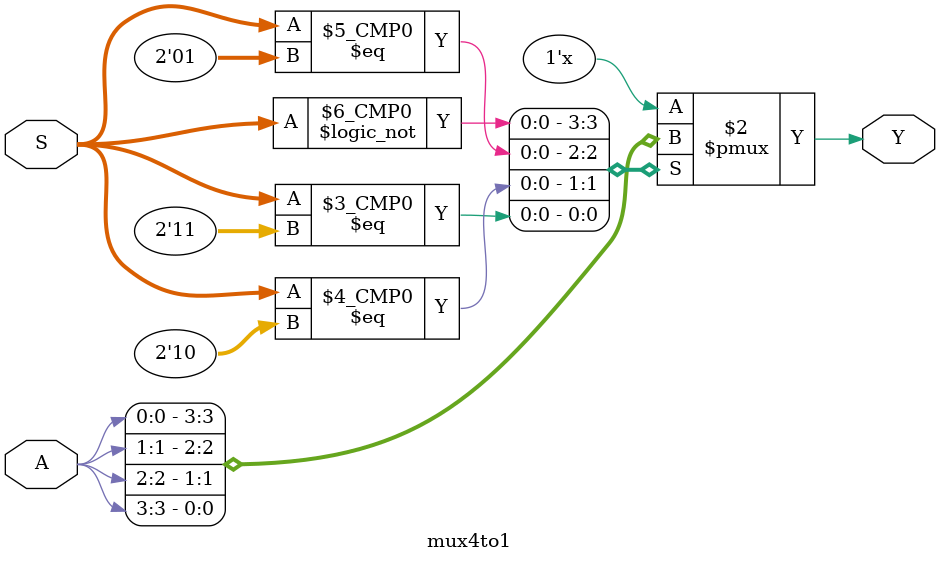
<source format=v>
module mux4to1(input [3:0] A, input [1:0] S, output reg Y);

always @(*) begin
    case(S)
        2'b00 : Y= A[0];
        2'b01 : Y= A[1];
        2'b10 : Y= A[2];
        2'b11 : Y= A[3];
    endcase
    end



endmodule
</source>
